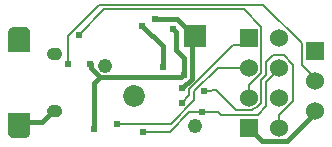
<source format=gbl>
G04*
G04 #@! TF.GenerationSoftware,Altium Limited,Altium Designer,20.2.4 (192)*
G04*
G04 Layer_Physical_Order=2*
G04 Layer_Color=16711680*
%FSLAX25Y25*%
%MOIN*%
G70*
G04*
G04 #@! TF.SameCoordinates,5D221C76-13CA-4EE4-81E9-8EB1FD8A002E*
G04*
G04*
G04 #@! TF.FilePolarity,Positive*
G04*
G01*
G75*
%ADD14C,0.00800*%
%ADD35R,0.06000X0.06000*%
%ADD36C,0.06000*%
%ADD41C,0.01500*%
%ADD42R,0.06000X0.06000*%
%ADD43C,0.04803*%
%ADD44C,0.07284*%
%ADD45R,0.07284X0.07284*%
%ADD46C,0.04134*%
%ADD47O,0.07480X0.03740*%
%ADD48C,0.02400*%
G36*
X603740Y143465D02*
X603737Y143361D01*
X603729Y143259D01*
X603716Y143157D01*
X603697Y143055D01*
X603673Y142955D01*
X603644Y142856D01*
X603609Y142759D01*
X603570Y142664D01*
X603526Y142571D01*
X603476Y142480D01*
X603423Y142392D01*
X603364Y142307D01*
X603301Y142226D01*
X603234Y142147D01*
X603164Y142073D01*
X603089Y142002D01*
X603011Y141935D01*
X602929Y141872D01*
X602844Y141814D01*
X602756Y141760D01*
X602665Y141711D01*
X602572Y141666D01*
X602477Y141627D01*
X602380Y141592D01*
X602281Y141563D01*
X602181Y141539D01*
X602080Y141520D01*
X601977Y141507D01*
X601875Y141499D01*
X601772Y141496D01*
X598228D01*
X598125Y141499D01*
X598023Y141507D01*
X597920Y141520D01*
X597819Y141539D01*
X597719Y141563D01*
X597620Y141592D01*
X597523Y141627D01*
X597428Y141666D01*
X597335Y141711D01*
X597244Y141760D01*
X597156Y141814D01*
X597071Y141872D01*
X596989Y141935D01*
X596911Y142002D01*
X596836Y142073D01*
X596766Y142147D01*
X596699Y142226D01*
X596636Y142307D01*
X596577Y142392D01*
X596524Y142480D01*
X596474Y142571D01*
X596430Y142664D01*
X596391Y142759D01*
X596356Y142856D01*
X596327Y142955D01*
X596303Y143055D01*
X596284Y143157D01*
X596271Y143259D01*
X596263Y143361D01*
X596260Y143465D01*
Y149764D01*
X603740D01*
Y143465D01*
D02*
G37*
G36*
X612313Y152517D02*
X612421Y152508D01*
X612528Y152494D01*
X612635Y152474D01*
X612740Y152449D01*
X612843Y152418D01*
X612945Y152382D01*
X613045Y152341D01*
X613143Y152294D01*
X613238Y152243D01*
X613331Y152186D01*
X613420Y152125D01*
X613506Y152059D01*
X613588Y151989D01*
X613666Y151914D01*
X613741Y151836D01*
X613811Y151753D01*
X613877Y151668D01*
X613938Y151578D01*
X613995Y151486D01*
X614046Y151391D01*
X614093Y151294D01*
X614134Y151193D01*
X614171Y151092D01*
X614201Y150988D01*
X614226Y150882D01*
X614246Y150776D01*
X614260Y150669D01*
X614269Y150561D01*
X614272Y150453D01*
X614269Y150345D01*
X614260Y150237D01*
X614246Y150129D01*
X614226Y150023D01*
X614201Y149918D01*
X614171Y149814D01*
X614134Y149712D01*
X614093Y149612D01*
X614046Y149514D01*
X613995Y149419D01*
X613938Y149327D01*
X613877Y149238D01*
X613811Y149152D01*
X613741Y149070D01*
X613666Y148991D01*
X613588Y148917D01*
X613506Y148846D01*
X613420Y148781D01*
X613331Y148719D01*
X613238Y148663D01*
X613143Y148611D01*
X613045Y148565D01*
X612945Y148523D01*
X612843Y148487D01*
X612740Y148456D01*
X612635Y148431D01*
X612528Y148411D01*
X612421Y148397D01*
X612313Y148389D01*
X612205Y148386D01*
X611417D01*
X611309Y148389D01*
X611201Y148397D01*
X611094Y148411D01*
X610988Y148431D01*
X610882Y148456D01*
X610779Y148487D01*
X610677Y148523D01*
X610577Y148565D01*
X610479Y148611D01*
X610384Y148663D01*
X610292Y148719D01*
X610202Y148781D01*
X610117Y148846D01*
X610034Y148917D01*
X609956Y148991D01*
X609881Y149070D01*
X609811Y149152D01*
X609745Y149238D01*
X609684Y149327D01*
X609627Y149419D01*
X609576Y149514D01*
X609529Y149612D01*
X609488Y149712D01*
X609452Y149814D01*
X609421Y149918D01*
X609396Y150023D01*
X609376Y150129D01*
X609362Y150237D01*
X609353Y150345D01*
X609350Y150453D01*
X609353Y150561D01*
X609362Y150669D01*
X609376Y150776D01*
X609396Y150882D01*
X609421Y150988D01*
X609452Y151092D01*
X609488Y151193D01*
X609529Y151294D01*
X609576Y151391D01*
X609627Y151486D01*
X609684Y151578D01*
X609745Y151668D01*
X609811Y151753D01*
X609881Y151836D01*
X609956Y151914D01*
X610034Y151989D01*
X610117Y152059D01*
X610202Y152125D01*
X610292Y152186D01*
X610384Y152243D01*
X610479Y152294D01*
X610577Y152341D01*
X610677Y152382D01*
X610779Y152418D01*
X610882Y152449D01*
X610988Y152474D01*
X611094Y152494D01*
X611201Y152508D01*
X611309Y152517D01*
X611417Y152520D01*
X612205D01*
X612313Y152517D01*
D02*
G37*
G36*
X601875Y178501D02*
X601977Y178493D01*
X602080Y178480D01*
X602181Y178461D01*
X602281Y178437D01*
X602380Y178408D01*
X602477Y178373D01*
X602572Y178334D01*
X602665Y178289D01*
X602756Y178240D01*
X602844Y178186D01*
X602929Y178128D01*
X603011Y178065D01*
X603089Y177998D01*
X603164Y177927D01*
X603234Y177853D01*
X603301Y177774D01*
X603364Y177692D01*
X603423Y177608D01*
X603476Y177520D01*
X603526Y177429D01*
X603570Y177336D01*
X603609Y177241D01*
X603644Y177144D01*
X603673Y177045D01*
X603697Y176945D01*
X603716Y176843D01*
X603729Y176741D01*
X603737Y176638D01*
X603740Y176535D01*
Y170236D01*
X596260D01*
Y176535D01*
X596263Y176638D01*
X596271Y176741D01*
X596284Y176843D01*
X596303Y176945D01*
X596327Y177045D01*
X596356Y177144D01*
X596391Y177241D01*
X596430Y177336D01*
X596474Y177429D01*
X596524Y177520D01*
X596577Y177608D01*
X596636Y177692D01*
X596699Y177774D01*
X596766Y177853D01*
X596836Y177927D01*
X596911Y177998D01*
X596989Y178065D01*
X597071Y178128D01*
X597156Y178186D01*
X597244Y178240D01*
X597335Y178289D01*
X597428Y178334D01*
X597523Y178373D01*
X597620Y178408D01*
X597719Y178437D01*
X597819Y178461D01*
X597920Y178480D01*
X598023Y178493D01*
X598125Y178501D01*
X598228Y178504D01*
X601772D01*
X601875Y178501D01*
D02*
G37*
G36*
X612313Y171611D02*
X612421Y171603D01*
X612528Y171589D01*
X612635Y171569D01*
X612740Y171544D01*
X612843Y171513D01*
X612945Y171477D01*
X613045Y171435D01*
X613143Y171389D01*
X613238Y171337D01*
X613331Y171281D01*
X613420Y171219D01*
X613506Y171153D01*
X613588Y171083D01*
X613666Y171009D01*
X613741Y170930D01*
X613811Y170848D01*
X613877Y170762D01*
X613938Y170673D01*
X613995Y170581D01*
X614046Y170486D01*
X614093Y170388D01*
X614134Y170288D01*
X614171Y170186D01*
X614201Y170082D01*
X614226Y169977D01*
X614246Y169871D01*
X614260Y169763D01*
X614269Y169655D01*
X614272Y169547D01*
X614269Y169439D01*
X614260Y169331D01*
X614246Y169224D01*
X614226Y169117D01*
X614201Y169012D01*
X614171Y168909D01*
X614134Y168807D01*
X614093Y168707D01*
X614046Y168609D01*
X613995Y168514D01*
X613938Y168421D01*
X613877Y168332D01*
X613811Y168246D01*
X613741Y168164D01*
X613666Y168086D01*
X613588Y168011D01*
X613506Y167941D01*
X613420Y167875D01*
X613331Y167814D01*
X613238Y167757D01*
X613143Y167706D01*
X613045Y167659D01*
X612945Y167618D01*
X612843Y167581D01*
X612740Y167551D01*
X612635Y167525D01*
X612528Y167506D01*
X612421Y167492D01*
X612313Y167483D01*
X612205Y167480D01*
X611417D01*
X611309Y167483D01*
X611201Y167492D01*
X611094Y167506D01*
X610988Y167525D01*
X610882Y167551D01*
X610779Y167581D01*
X610677Y167618D01*
X610577Y167659D01*
X610479Y167706D01*
X610384Y167757D01*
X610292Y167814D01*
X610202Y167875D01*
X610117Y167941D01*
X610034Y168011D01*
X609956Y168086D01*
X609881Y168164D01*
X609811Y168246D01*
X609745Y168332D01*
X609684Y168421D01*
X609627Y168514D01*
X609576Y168609D01*
X609529Y168707D01*
X609488Y168807D01*
X609452Y168909D01*
X609421Y169012D01*
X609396Y169117D01*
X609376Y169224D01*
X609362Y169331D01*
X609353Y169439D01*
X609350Y169547D01*
X609353Y169655D01*
X609362Y169763D01*
X609376Y169871D01*
X609396Y169977D01*
X609421Y170082D01*
X609452Y170186D01*
X609488Y170288D01*
X609529Y170388D01*
X609576Y170486D01*
X609627Y170581D01*
X609684Y170673D01*
X609745Y170762D01*
X609811Y170848D01*
X609881Y170930D01*
X609956Y171009D01*
X610034Y171083D01*
X610117Y171153D01*
X610202Y171219D01*
X610292Y171281D01*
X610384Y171337D01*
X610479Y171389D01*
X610577Y171435D01*
X610677Y171477D01*
X610779Y171513D01*
X610882Y171544D01*
X610988Y171569D01*
X611094Y171589D01*
X611201Y171603D01*
X611309Y171611D01*
X611417Y171614D01*
X612205D01*
X612313Y171611D01*
D02*
G37*
%LPC*%
G36*
X601772Y147795D02*
X598228D01*
X598167Y147794D01*
X598105Y147789D01*
X598044Y147781D01*
X597983Y147769D01*
X597923Y147755D01*
X597863Y147738D01*
X597805Y147717D01*
X597748Y147693D01*
X597692Y147667D01*
X597638Y147637D01*
X597585Y147605D01*
X597534Y147570D01*
X597485Y147532D01*
X597438Y147492D01*
X597393Y147449D01*
X597351Y147405D01*
X597310Y147357D01*
X597273Y147308D01*
X597238Y147257D01*
X597205Y147205D01*
X597176Y147150D01*
X597149Y147095D01*
X597126Y147037D01*
X597105Y146979D01*
X597087Y146920D01*
X597073Y146860D01*
X597062Y146799D01*
X597054Y146738D01*
X597049Y146676D01*
X597047Y146614D01*
Y145728D01*
X597049Y145667D01*
X597054Y145605D01*
X597062Y145544D01*
X597073Y145483D01*
X597087Y145423D01*
X597105Y145363D01*
X597126Y145305D01*
X597149Y145248D01*
X597176Y145192D01*
X597205Y145138D01*
X597238Y145085D01*
X597273Y145034D01*
X597310Y144985D01*
X597351Y144938D01*
X597393Y144893D01*
X597438Y144851D01*
X597485Y144810D01*
X597534Y144773D01*
X597585Y144738D01*
X597638Y144705D01*
X597692Y144676D01*
X597748Y144649D01*
X597805Y144626D01*
X597863Y144605D01*
X597923Y144588D01*
X597983Y144573D01*
X598044Y144562D01*
X598105Y144554D01*
X598167Y144549D01*
X598228Y144547D01*
X601870D01*
X601927Y144549D01*
X601983Y144553D01*
X602039Y144561D01*
X602095Y144571D01*
X602150Y144584D01*
X602205Y144600D01*
X602258Y144619D01*
X602311Y144641D01*
X602362Y144665D01*
X602411Y144692D01*
X602460Y144722D01*
X602506Y144754D01*
X602551Y144789D01*
X602595Y144825D01*
X602636Y144864D01*
X602675Y144905D01*
X602711Y144949D01*
X602746Y144993D01*
X602778Y145040D01*
X602808Y145089D01*
X602835Y145138D01*
X602859Y145190D01*
X602881Y145242D01*
X602900Y145295D01*
X602916Y145350D01*
X602929Y145405D01*
X602939Y145460D01*
X602947Y145517D01*
X602951Y145573D01*
X602953Y145630D01*
Y146614D01*
X602951Y146676D01*
X602946Y146738D01*
X602938Y146799D01*
X602927Y146860D01*
X602913Y146920D01*
X602895Y146979D01*
X602874Y147037D01*
X602851Y147095D01*
X602824Y147150D01*
X602795Y147205D01*
X602762Y147257D01*
X602727Y147308D01*
X602690Y147357D01*
X602649Y147405D01*
X602607Y147449D01*
X602562Y147492D01*
X602515Y147532D01*
X602466Y147570D01*
X602415Y147605D01*
X602362Y147637D01*
X602308Y147667D01*
X602252Y147693D01*
X602195Y147717D01*
X602137Y147738D01*
X602077Y147755D01*
X602017Y147769D01*
X601956Y147781D01*
X601895Y147789D01*
X601833Y147794D01*
X601772Y147795D01*
D02*
G37*
G36*
X612205Y151732D02*
X611417D01*
X611350Y151731D01*
X611284Y151725D01*
X611217Y151716D01*
X611151Y151704D01*
X611086Y151689D01*
X611022Y151670D01*
X610959Y151647D01*
X610897Y151622D01*
X610836Y151593D01*
X610778Y151561D01*
X610720Y151526D01*
X610665Y151488D01*
X610612Y151447D01*
X610561Y151404D01*
X610513Y151357D01*
X610466Y151309D01*
X610423Y151258D01*
X610382Y151205D01*
X610344Y151150D01*
X610309Y151093D01*
X610277Y151034D01*
X610248Y150973D01*
X610223Y150911D01*
X610200Y150848D01*
X610181Y150784D01*
X610166Y150719D01*
X610153Y150653D01*
X610145Y150586D01*
X610140Y150520D01*
X610138Y150453D01*
X610140Y150386D01*
X610145Y150319D01*
X610153Y150253D01*
X610166Y150187D01*
X610181Y150122D01*
X610200Y150057D01*
X610223Y149994D01*
X610248Y149932D01*
X610277Y149872D01*
X610309Y149813D01*
X610344Y149756D01*
X610382Y149701D01*
X610423Y149647D01*
X610466Y149597D01*
X610513Y149548D01*
X610561Y149502D01*
X610612Y149458D01*
X610665Y149418D01*
X610720Y149380D01*
X610778Y149345D01*
X610836Y149313D01*
X610897Y149284D01*
X610959Y149258D01*
X611022Y149236D01*
X611086Y149217D01*
X611151Y149201D01*
X611217Y149189D01*
X611284Y149180D01*
X611350Y149175D01*
X611417Y149173D01*
X612205D01*
X612272Y149175D01*
X612338Y149180D01*
X612405Y149189D01*
X612471Y149201D01*
X612536Y149217D01*
X612600Y149236D01*
X612663Y149258D01*
X612725Y149284D01*
X612786Y149313D01*
X612845Y149345D01*
X612902Y149380D01*
X612957Y149418D01*
X613010Y149458D01*
X613061Y149502D01*
X613109Y149548D01*
X613156Y149597D01*
X613199Y149647D01*
X613240Y149701D01*
X613278Y149756D01*
X613313Y149813D01*
X613345Y149872D01*
X613374Y149932D01*
X613399Y149994D01*
X613422Y150057D01*
X613441Y150122D01*
X613456Y150187D01*
X613469Y150253D01*
X613477Y150319D01*
X613483Y150386D01*
X613484Y150453D01*
X613483Y150520D01*
X613477Y150586D01*
X613469Y150653D01*
X613456Y150719D01*
X613441Y150784D01*
X613422Y150848D01*
X613399Y150911D01*
X613374Y150973D01*
X613345Y151034D01*
X613313Y151093D01*
X613278Y151150D01*
X613240Y151205D01*
X613199Y151258D01*
X613156Y151309D01*
X613109Y151357D01*
X613061Y151404D01*
X613010Y151447D01*
X612957Y151488D01*
X612902Y151526D01*
X612845Y151561D01*
X612786Y151593D01*
X612725Y151622D01*
X612663Y151647D01*
X612600Y151670D01*
X612536Y151689D01*
X612471Y151704D01*
X612405Y151716D01*
X612338Y151725D01*
X612272Y151731D01*
X612205Y151732D01*
D02*
G37*
G36*
X601772Y175453D02*
X598130D01*
X598073Y175451D01*
X598017Y175447D01*
X597961Y175439D01*
X597905Y175429D01*
X597850Y175416D01*
X597795Y175400D01*
X597742Y175381D01*
X597690Y175359D01*
X597638Y175335D01*
X597589Y175308D01*
X597540Y175278D01*
X597494Y175246D01*
X597449Y175212D01*
X597405Y175175D01*
X597364Y175136D01*
X597325Y175094D01*
X597289Y175051D01*
X597254Y175006D01*
X597222Y174960D01*
X597192Y174911D01*
X597165Y174862D01*
X597141Y174810D01*
X597119Y174758D01*
X597100Y174705D01*
X597084Y174650D01*
X597071Y174595D01*
X597061Y174539D01*
X597053Y174483D01*
X597049Y174427D01*
X597047Y174370D01*
Y173386D01*
X597049Y173324D01*
X597054Y173262D01*
X597062Y173201D01*
X597073Y173140D01*
X597087Y173080D01*
X597105Y173021D01*
X597126Y172963D01*
X597149Y172905D01*
X597176Y172850D01*
X597205Y172795D01*
X597238Y172743D01*
X597273Y172692D01*
X597310Y172643D01*
X597351Y172596D01*
X597393Y172551D01*
X597438Y172508D01*
X597485Y172468D01*
X597534Y172430D01*
X597585Y172395D01*
X597638Y172363D01*
X597692Y172334D01*
X597748Y172307D01*
X597805Y172283D01*
X597863Y172263D01*
X597923Y172245D01*
X597983Y172231D01*
X598044Y172219D01*
X598105Y172211D01*
X598167Y172206D01*
X598228Y172205D01*
X601772D01*
X601833Y172206D01*
X601895Y172211D01*
X601956Y172219D01*
X602017Y172231D01*
X602077Y172245D01*
X602137Y172263D01*
X602195Y172283D01*
X602252Y172307D01*
X602308Y172334D01*
X602362Y172363D01*
X602415Y172395D01*
X602466Y172430D01*
X602515Y172468D01*
X602562Y172508D01*
X602607Y172551D01*
X602649Y172596D01*
X602690Y172643D01*
X602727Y172692D01*
X602762Y172743D01*
X602795Y172795D01*
X602824Y172850D01*
X602851Y172905D01*
X602874Y172963D01*
X602895Y173021D01*
X602913Y173080D01*
X602927Y173140D01*
X602938Y173201D01*
X602946Y173262D01*
X602951Y173324D01*
X602953Y173386D01*
Y174272D01*
X602951Y174334D01*
X602946Y174395D01*
X602938Y174456D01*
X602927Y174517D01*
X602913Y174577D01*
X602895Y174637D01*
X602874Y174695D01*
X602851Y174752D01*
X602824Y174808D01*
X602795Y174862D01*
X602762Y174915D01*
X602727Y174966D01*
X602690Y175015D01*
X602649Y175062D01*
X602607Y175107D01*
X602562Y175149D01*
X602515Y175189D01*
X602466Y175227D01*
X602415Y175262D01*
X602362Y175294D01*
X602308Y175324D01*
X602252Y175351D01*
X602195Y175374D01*
X602137Y175395D01*
X602077Y175412D01*
X602017Y175427D01*
X601956Y175438D01*
X601895Y175446D01*
X601833Y175451D01*
X601772Y175453D01*
D02*
G37*
G36*
X612205Y170827D02*
X611417D01*
X611350Y170825D01*
X611284Y170820D01*
X611217Y170811D01*
X611151Y170799D01*
X611086Y170783D01*
X611022Y170764D01*
X610959Y170742D01*
X610897Y170716D01*
X610836Y170687D01*
X610778Y170655D01*
X610720Y170620D01*
X610665Y170582D01*
X610612Y170542D01*
X610561Y170498D01*
X610513Y170452D01*
X610466Y170403D01*
X610423Y170352D01*
X610382Y170299D01*
X610344Y170244D01*
X610309Y170187D01*
X610277Y170128D01*
X610248Y170068D01*
X610223Y170006D01*
X610200Y169943D01*
X610181Y169878D01*
X610166Y169813D01*
X610153Y169747D01*
X610145Y169681D01*
X610140Y169614D01*
X610138Y169547D01*
X610140Y169480D01*
X610145Y169413D01*
X610153Y169347D01*
X610166Y169281D01*
X610181Y169216D01*
X610200Y169152D01*
X610223Y169089D01*
X610248Y169027D01*
X610277Y168966D01*
X610309Y168907D01*
X610344Y168850D01*
X610382Y168795D01*
X610423Y168742D01*
X610466Y168691D01*
X610513Y168642D01*
X610561Y168596D01*
X610612Y168553D01*
X610665Y168512D01*
X610720Y168474D01*
X610778Y168439D01*
X610836Y168407D01*
X610897Y168378D01*
X610959Y168353D01*
X611022Y168330D01*
X611086Y168311D01*
X611151Y168296D01*
X611217Y168283D01*
X611284Y168275D01*
X611350Y168270D01*
X611417Y168268D01*
X612205D01*
X612272Y168270D01*
X612338Y168275D01*
X612405Y168283D01*
X612471Y168296D01*
X612536Y168311D01*
X612600Y168330D01*
X612663Y168353D01*
X612725Y168378D01*
X612786Y168407D01*
X612845Y168439D01*
X612902Y168474D01*
X612957Y168512D01*
X613010Y168553D01*
X613061Y168596D01*
X613109Y168642D01*
X613156Y168691D01*
X613199Y168742D01*
X613240Y168795D01*
X613278Y168850D01*
X613313Y168907D01*
X613345Y168966D01*
X613374Y169027D01*
X613399Y169089D01*
X613422Y169152D01*
X613441Y169216D01*
X613456Y169281D01*
X613469Y169347D01*
X613477Y169413D01*
X613483Y169480D01*
X613484Y169547D01*
X613483Y169614D01*
X613477Y169681D01*
X613469Y169747D01*
X613456Y169813D01*
X613441Y169878D01*
X613422Y169943D01*
X613399Y170006D01*
X613374Y170068D01*
X613345Y170128D01*
X613313Y170187D01*
X613278Y170244D01*
X613240Y170299D01*
X613199Y170352D01*
X613156Y170403D01*
X613109Y170452D01*
X613061Y170498D01*
X613010Y170542D01*
X612957Y170582D01*
X612902Y170620D01*
X612845Y170655D01*
X612786Y170687D01*
X612725Y170716D01*
X612663Y170742D01*
X612600Y170764D01*
X612536Y170783D01*
X612471Y170799D01*
X612405Y170811D01*
X612338Y170820D01*
X612272Y170825D01*
X612205Y170827D01*
D02*
G37*
%LPD*%
D14*
X677101Y149228D02*
G03*
X678107Y149345I-34J4685D01*
G01*
X675213Y149345D02*
G03*
X677033Y149224I1287J5655D01*
G01*
X677101Y149228D02*
G03*
X677033Y149224I6J-800D01*
G01*
X675407Y150945D02*
G03*
X679473Y152033I1093J4055D01*
G01*
X656775Y157806D02*
X671370Y172400D01*
X664238Y157579D02*
X665561D01*
X671370Y172400D02*
X673900D01*
X664003Y157343D02*
X664238Y157579D01*
X658375Y154082D02*
Y157143D01*
X656775Y155877D02*
Y157806D01*
X673900Y172400D02*
X676500Y175000D01*
X661970Y157343D02*
X664003D01*
X666232Y165000D02*
X676500D01*
X658375Y157143D02*
X666232Y165000D01*
X661664Y157037D02*
X661970Y157343D01*
X654159Y153260D02*
X656775Y155877D01*
X650493Y146200D02*
X658375Y154082D01*
X632700Y146200D02*
X650493D01*
X650156Y143600D02*
X656775Y150220D01*
X641122Y143600D02*
X650156D01*
X656775Y150220D02*
X660928D01*
X691437Y153997D02*
Y166003D01*
X688240Y169200D02*
X691437Y166003D01*
X667258Y149345D02*
X675213D01*
X666383Y150220D02*
X667258Y149345D01*
X678107Y149345D02*
X678193Y149345D01*
X679473Y152033D02*
X680700Y153260D01*
X678193Y149345D02*
X679512D01*
X677033Y149224D02*
X677033Y149224D01*
X675306Y150945D02*
X675407D01*
X672196Y150945D02*
X675306Y150945D01*
X679512Y149345D02*
X682300Y152132D01*
X665561Y157579D02*
X671961Y151179D01*
X680700Y153260D02*
Y160998D01*
X671961Y151179D02*
X672196Y150945D01*
X682300Y152132D02*
Y160335D01*
X686500Y164535D01*
X680700Y160998D02*
X682300Y162598D01*
X661290Y150220D02*
X666383D01*
X686500Y164535D02*
Y165000D01*
X682300Y162598D02*
Y166740D01*
X684760Y169200D02*
X688240D01*
X676500Y155000D02*
X676640Y155140D01*
Y159200D02*
X680700Y163260D01*
Y178497D01*
X682300Y166740D02*
X684760Y169200D01*
X676640Y155140D02*
Y159200D01*
X686500Y145000D02*
X686640Y145140D01*
Y149200D01*
X691437Y153997D01*
X674797Y184400D02*
X680700Y178497D01*
X616200Y166500D02*
Y175594D01*
X626606Y186000D01*
X628400Y184400D02*
X674797D01*
X626606Y186000D02*
X681440D01*
X694193Y173247D01*
X620000Y176000D02*
X628400Y184400D01*
X694193Y165807D02*
X699500Y160500D01*
X694193Y165807D02*
Y173247D01*
D35*
X698700Y170528D02*
D03*
D36*
X676500Y165000D02*
D03*
Y155000D02*
D03*
X686500Y175000D02*
D03*
Y165000D02*
D03*
Y155000D02*
D03*
Y145000D02*
D03*
X698700Y160528D02*
D03*
Y150528D02*
D03*
D41*
X654159Y158100D02*
X654312D01*
X657573Y161361D01*
Y174486D01*
X658458Y175370D01*
X654579Y162500D02*
X654823D01*
Y168240D01*
X626821Y161733D02*
X653813D01*
X654579Y162500D01*
X625000Y144692D02*
Y159913D01*
X626821Y161733D01*
X623794Y164760D02*
X626821Y161733D01*
X647854Y165250D02*
Y172096D01*
X623794Y164760D02*
Y166068D01*
X623622Y166240D02*
X623794Y166068D01*
X652528Y181299D02*
X658458Y175370D01*
X645177Y181299D02*
X652528D01*
X651347Y177963D02*
X652362Y176948D01*
Y170701D02*
Y176948D01*
Y170701D02*
X654823Y168240D01*
X641050Y178900D02*
X647854Y172096D01*
X600000Y146699D02*
X607529D01*
X611283Y150453D02*
X611811D01*
X607529Y146699D02*
X611283Y150453D01*
X689450Y140450D02*
X699114Y150114D01*
X681050Y140450D02*
X689450D01*
X676500Y145000D02*
X681050Y140450D01*
D42*
X676500Y175000D02*
D03*
Y145000D02*
D03*
D43*
X658458Y145685D02*
D03*
X628457Y165685D02*
D03*
D44*
X638142Y155370D02*
D03*
D45*
X658458Y175370D02*
D03*
D46*
X611811Y169547D02*
D03*
Y150453D02*
D03*
D47*
X600000Y173829D02*
D03*
Y146171D02*
D03*
D48*
X661664Y157037D02*
D03*
X654823Y162500D02*
D03*
X654159Y158100D02*
D03*
Y153260D02*
D03*
X616260Y166276D02*
D03*
X625000Y144692D02*
D03*
X660928Y150220D02*
D03*
X641122Y143600D02*
D03*
X647854Y165250D02*
D03*
X623622Y166240D02*
D03*
X645177Y181299D02*
D03*
X651347Y177963D02*
D03*
X641050Y178900D02*
D03*
X632700Y146200D02*
D03*
X620000Y176000D02*
D03*
M02*

</source>
